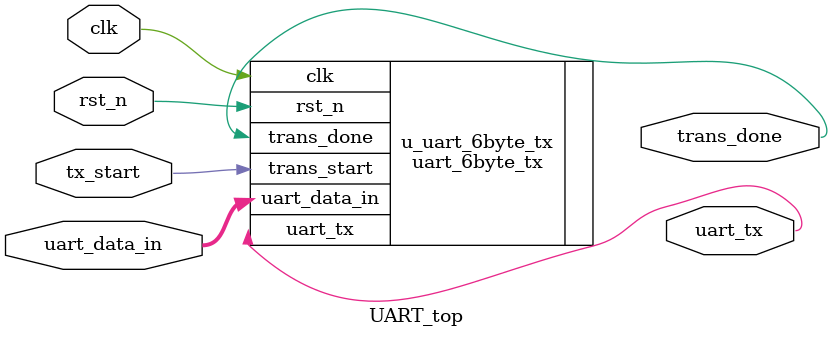
<source format=v>
`timescale 1ns / 1ps
 
module UART_top (
input clk						,
input rst_n						,
input tx_start					,
input [47:0]uart_data_in	,
output uart_tx		    		,
output trans_done	
);


//一次发送6个字节的uart
uart_6byte_tx u_uart_6byte_tx(
	.clk				(clk),
	.rst_n			(rst_n),
	.trans_start	(tx_start),
	.uart_data_in	(uart_data_in),
	.uart_tx		   (uart_tx),
	.trans_done		(trans_done)
);


endmodule 

</source>
